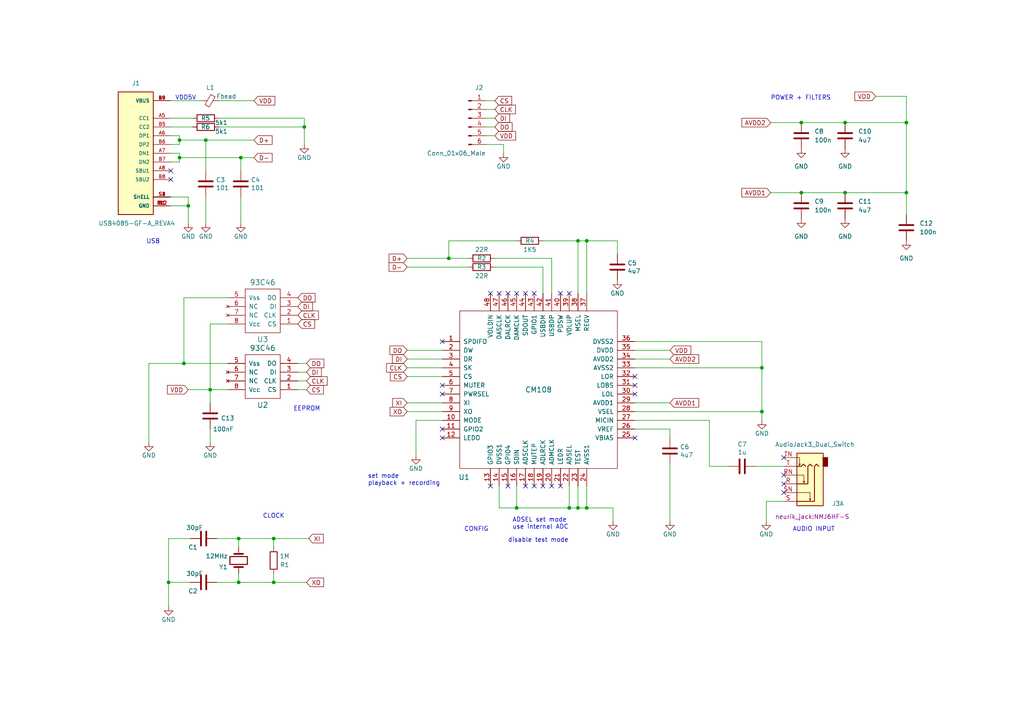
<source format=kicad_sch>
(kicad_sch (version 20231120) (generator "eeschema") (generator_version "8.0")
  (paper "A4")
  (title_block (title "Unrealtone") (date "2023-11-10") (rev "v2"))
  (lib_symbols
    (symbol "93c46:93C46" (pin_names (offset 1.016))
      (property "Reference" "U" (at 0 8.89 0))
      (property "Value" "93C46" (at 0 -8.89 0))
      (symbol "93C46_0_1"
        (rectangle (start -5.08 -6.35) (end 5.08 6.35))
      )
      (symbol "93C46_1_1"
        (pin bidirectional line (at -10.16 3.81 0) (length 5.08) (name "CS") (number "1"))
        (pin bidirectional line (at -10.16 1.27 0) (length 5.08) (name "CLK") (number "2"))
        (pin bidirectional line (at -10.16 -1.27 0) (length 5.08) (name "DI") (number "3"))
        (pin bidirectional line (at -10.16 -3.81 0) (length 5.08) (name "DO") (number "4"))
        (pin power_out line (at 10.16 -3.81 180) (length 5.08) (name "Vss") (number "5"))
        (pin no_connect line (at 10.16 -1.27 180) (length 5.08) (name "NC") (number "6"))
        (pin no_connect line (at 10.16 1.27 180) (length 5.08) (name "NC") (number "7"))
        (pin power_in line (at 10.16 3.81 180) (length 5.08) (name "Vcc") (number "8"))
      )
    )
    (symbol "Connector:AudioJack3_Dual_Switch"
      (property "Reference" "J3" (at 8.89 0.0001 0))
      (property "Value" "AudioJack3_Dual_Switch" (at 8.89 -5.08 0))
      (property "Footprint" "neurik_jack:NMJ6HF-S" (at 3.175 10.16 0))
      (symbol "AudioJack3_Dual_Switch_0_1"
        (rectangle (start -6.35 -5.08) (end -7.62 -7.62) (stroke (width 0.254)) (fill (type outline)))
        (polyline (pts (xy -2.54 4.826) (xy -2.286 4.318)))
        (polyline (pts (xy -0.762 -0.254) (xy -0.508 -0.762)))
        (polyline (pts (xy 0.508 -5.334) (xy 0.762 -5.842)))
        (polyline (pts (xy 1.27 0) (xy 2.54 0)))
        (polyline (pts (xy 2.54 -5.08) (xy 1.27 -5.08)))
        (polyline (pts (xy 2.54 5.08) (xy 1.27 5.08)))
        (polyline (pts (xy -1.27 -5.08) (xy -0.635 -5.715) (xy 0 -5.08) (xy 1.27 -5.08)) (stroke (width 0.254)))
        (polyline (pts (xy 2.54 -7.62) (xy 0.508 -7.62) (xy 0.508 -5.334) (xy 0.254 -5.842)))
        (polyline (pts (xy 2.54 -2.54) (xy -0.762 -2.54) (xy -0.762 -0.254) (xy -1.016 -0.762)))
        (polyline (pts (xy 2.54 2.54) (xy -2.54 2.54) (xy -2.54 4.826) (xy -2.794 4.318)))
        (polyline (pts (xy -3.175 -5.08) (xy -2.54 -5.715) (xy -1.905 -5.08) (xy -1.905 0) (xy 1.27 0)) (stroke (width 0.254)))
        (polyline (pts (xy 1.27 5.08) (xy -3.81 5.08) (xy -3.81 -5.08) (xy -4.445 -5.715) (xy -5.08 -5.08)) (stroke (width 0.254)))
        (rectangle (start 1.27 6.35) (end -6.35 -8.89) (stroke (width 0.254)) (fill (type background)))
      )
      (symbol "AudioJack3_Dual_Switch_1_1"
        (pin passive line (at 5.08 0 180) (length 2.54) (name "~") (number "R"))
        (pin passive line (at 5.08 -2.54 180) (length 2.54) (name "~") (number "RN"))
        (pin passive line (at 5.08 5.08 180) (length 2.54) (name "~") (number "S"))
        (pin passive line (at 5.08 2.54 180) (length 2.54) (name "~") (number "SN"))
        (pin passive line (at 5.08 -5.08 180) (length 2.54) (name "~") (number "T"))
        (pin passive line (at 5.08 -7.62 180) (length 2.54) (name "~") (number "TN"))
      )
      (symbol "AudioJack3_Dual_Switch_2_1"
        (pin passive line (at 5.08 0 180) (length 2.54) (name "~") (number "R2"))
        (pin passive line (at 5.08 -2.54 180) (length 2.54) (name "~") (number "RN2"))
        (pin passive line (at 5.08 5.08 180) (length 2.54) (name "~") (number "S2"))
        (pin passive line (at 5.08 2.54 180) (length 2.54) (name "~") (number "SN2"))
        (pin passive line (at 5.08 -5.08 180) (length 2.54) (name "~") (number "T2"))
        (pin passive line (at 5.08 -7.62 180) (length 2.54) (name "~") (number "TN2"))
      )
    )
    (symbol "Connector:Conn_01x06_Male" (pin_names (offset 1.016) hide)
      (property "Reference" "J" (at 0 7.62 0))
      (property "Value" "Conn_01x06_Male" (at 0 -10.16 0))
      (symbol "Conn_01x06_Male_1_1"
        (polyline (pts (xy 1.27 -7.62) (xy 0.8636 -7.62)) (stroke (width 0.1524)))
        (polyline (pts (xy 1.27 -5.08) (xy 0.8636 -5.08)) (stroke (width 0.1524)))
        (polyline (pts (xy 1.27 -2.54) (xy 0.8636 -2.54)) (stroke (width 0.1524)))
        (polyline (pts (xy 1.27 0) (xy 0.8636 0)) (stroke (width 0.1524)))
        (polyline (pts (xy 1.27 2.54) (xy 0.8636 2.54)) (stroke (width 0.1524)))
        (polyline (pts (xy 1.27 5.08) (xy 0.8636 5.08)) (stroke (width 0.1524)))
        (rectangle (start 0.8636 -7.493) (end 0 -7.747) (stroke (width 0.1524)) (fill (type outline)))
        (rectangle (start 0.8636 -4.953) (end 0 -5.207) (stroke (width 0.1524)) (fill (type outline)))
        (rectangle (start 0.8636 -2.413) (end 0 -2.667) (stroke (width 0.1524)) (fill (type outline)))
        (rectangle (start 0.8636 0.127) (end 0 -0.127) (stroke (width 0.1524)) (fill (type outline)))
        (rectangle (start 0.8636 2.667) (end 0 2.413) (stroke (width 0.1524)) (fill (type outline)))
        (rectangle (start 0.8636 5.207) (end 0 4.953) (stroke (width 0.1524)) (fill (type outline)))
        (pin passive line (at 5.08 5.08 180) (length 3.81) (name "Pin_1") (number "1"))
        (pin passive line (at 5.08 2.54 180) (length 3.81) (name "Pin_2") (number "2"))
        (pin passive line (at 5.08 0 180) (length 3.81) (name "Pin_3") (number "3"))
        (pin passive line (at 5.08 -2.54 180) (length 3.81) (name "Pin_4") (number "4"))
        (pin passive line (at 5.08 -5.08 180) (length 3.81) (name "Pin_5") (number "5"))
        (pin passive line (at 5.08 -7.62 180) (length 3.81) (name "Pin_6") (number "6"))
      )
    )
    (symbol "Device:C" (pin_numbers hide) (pin_names (offset 0.254))
      (property "Reference" "C" (at 0.635 2.54 0))
      (property "Value" "C" (at 0.635 -2.54 0))
      (symbol "C_0_1"
        (polyline (pts (xy -2.032 -0.762) (xy 2.032 -0.762)) (stroke (width 0.508)))
        (polyline (pts (xy -2.032 0.762) (xy 2.032 0.762)) (stroke (width 0.508)))
      )
      (symbol "C_1_1"
        (pin passive line (at 0 3.81 270) (length 2.794) (name "~") (number "1"))
        (pin passive line (at 0 -3.81 90) (length 2.794) (name "~") (number "2"))
      )
    )
    (symbol "Device:R" (pin_numbers hide) (pin_names (offset 0))
      (property "Reference" "R" (at 2.032 0 90))
      (property "Value" "R" (at 0 0 90))
      (symbol "R_0_1"
        (rectangle (start -1.016 -2.54) (end 1.016 2.54) (stroke (width 0.254)))
      )
      (symbol "R_1_1"
        (pin passive line (at 0 3.81 270) (length 1.27) (name "~") (number "1"))
        (pin passive line (at 0 -3.81 90) (length 1.27) (name "~") (number "2"))
      )
    )
    (symbol "USB4085-GF-A_REVA4:USB4085-GF-A_REVA4" (pin_names (offset 1.016))
      (property "Reference" "J" (at -5.08 18.288 0))
      (property "Value" "USB4085-GF-A_REVA4" (at -5.08 -20.32 0))
      (symbol "USB4085-GF-A_REVA4_0_0"
        (rectangle (start -5.08 -17.78) (end 5.08 17.78) (stroke (width 0.254)) (fill (type background)))
        (pin power_in line (at -10.16 -15.24 0) (length 5.08) (name "GND") (number "A1"))
        (pin power_in line (at -10.16 -15.24 0) (length 5.08) (name "GND") (number "A12"))
        (pin power_in line (at -10.16 15.24 0) (length 5.08) (name "VBUS") (number "A4"))
        (pin bidirectional line (at -10.16 10.16 0) (length 5.08) (name "CC1") (number "A5"))
        (pin bidirectional line (at -10.16 5.08 0) (length 5.08) (name "DP1") (number "A6"))
        (pin bidirectional line (at -10.16 0 0) (length 5.08) (name "DN1") (number "A7"))
        (pin bidirectional line (at -10.16 -5.08 0) (length 5.08) (name "SBU1") (number "A8"))
        (pin power_in line (at -10.16 15.24 0) (length 5.08) (name "VBUS") (number "A9"))
        (pin power_in line (at -10.16 -15.24 0) (length 5.08) (name "GND") (number "B1"))
        (pin power_in line (at -10.16 -15.24 0) (length 5.08) (name "GND") (number "B12"))
        (pin power_in line (at -10.16 15.24 0) (length 5.08) (name "VBUS") (number "B4"))
        (pin bidirectional line (at -10.16 7.62 0) (length 5.08) (name "CC2") (number "B5"))
        (pin bidirectional line (at -10.16 2.54 0) (length 5.08) (name "DP2") (number "B6"))
        (pin bidirectional line (at -10.16 -2.54 0) (length 5.08) (name "DN2") (number "B7"))
        (pin bidirectional line (at -10.16 -7.62 0) (length 5.08) (name "SBU2") (number "B8"))
        (pin power_in line (at -10.16 15.24 0) (length 5.08) (name "VBUS") (number "B9"))
        (pin passive line (at -10.16 -12.7 0) (length 5.08) (name "SHELL") (number "S1"))
        (pin passive line (at -10.16 -12.7 0) (length 5.08) (name "SHELL") (number "S2"))
        (pin passive line (at -10.16 -12.7 0) (length 5.08) (name "SHELL") (number "S3"))
        (pin passive line (at -10.16 -12.7 0) (length 5.08) (name "SHELL") (number "S4"))
      )
    )
    (symbol "cm108:CM108" (pin_names (offset 1.016))
      (property "Reference" "U" (at 20.32 26.67 0))
      (property "Value" "CM108" (at 22.86 -25.4 0))
      (symbol "CM108_0_1"
        (rectangle (start -22.86 22.86) (end 22.86 -22.86))
      )
      (symbol "CM108_1_1"
        (pin output line (at -27.94 13.97 0) (length 5.08) (name "SPDIFO") (number "1"))
        (pin input line (at -27.94 -8.89 0) (length 5.08) (name "MODE") (number "10"))
        (pin bidirectional line (at -27.94 -11.43 0) (length 5.08) (name "GPIO2") (number "11"))
        (pin output line (at -27.94 -13.97 0) (length 5.08) (name "LEDO") (number "12"))
        (pin bidirectional line (at -13.97 -27.94 90) (length 5.08) (name "GPIO3") (number "13"))
        (pin passive line (at -11.43 -27.94 90) (length 5.08) (name "DVSS1") (number "14"))
        (pin bidirectional line (at -8.89 -27.94 90) (length 5.08) (name "GPIO4") (number "15"))
        (pin input line (at -6.35 -27.94 90) (length 5.08) (name "SDIN") (number "16"))
        (pin input line (at -3.81 -27.94 90) (length 5.08) (name "ADSCLK") (number "17"))
        (pin input line (at -1.27 -27.94 90) (length 5.08) (name "MUTEP") (number "18"))
        (pin output line (at 1.27 -27.94 90) (length 5.08) (name "ADLRCK") (number "19"))
        (pin output line (at -27.94 11.43 0) (length 5.08) (name "DW") (number "2"))
        (pin output line (at 3.81 -27.94 90) (length 5.08) (name "ADMCLK") (number "20"))
        (pin output line (at 6.35 -27.94 90) (length 5.08) (name "LEDR") (number "21"))
        (pin input line (at 8.89 -27.94 90) (length 5.08) (name "ADSEL") (number "22"))
        (pin input line (at 11.43 -27.94 90) (length 5.08) (name "TEST") (number "23"))
        (pin passive line (at 13.97 -27.94 90) (length 5.08) (name "AVSS1") (number "24"))
        (pin power_out line (at 27.94 -13.97 180) (length 5.08) (name "VBIAS") (number "25"))
        (pin passive line (at 27.94 -11.43 180) (length 5.08) (name "VREF") (number "26"))
        (pin input line (at 27.94 -8.89 180) (length 5.08) (name "MICIN") (number "27"))
        (pin input line (at 27.94 -6.35 180) (length 5.08) (name "VSEL") (number "28"))
        (pin power_in line (at 27.94 -3.81 180) (length 5.08) (name "AVDD1") (number "29"))
        (pin input line (at -27.94 8.89 0) (length 5.08) (name "DR") (number "3"))
        (pin output line (at 27.94 -1.27 180) (length 5.08) (name "LOL") (number "30"))
        (pin power_out line (at 27.94 1.27 180) (length 5.08) (name "LOBS") (number "31"))
        (pin output line (at 27.94 3.81 180) (length 5.08) (name "LOR") (number "32"))
        (pin passive line (at 27.94 6.35 180) (length 5.08) (name "AVSS2") (number "33"))
        (pin power_in line (at 27.94 8.89 180) (length 5.08) (name "AVDD2") (number "34"))
        (pin power_in line (at 27.94 11.43 180) (length 5.08) (name "DVDD") (number "35"))
        (pin passive line (at 27.94 13.97 180) (length 5.08) (name "DVSS2") (number "36"))
        (pin power_out line (at 13.97 27.94 270) (length 5.08) (name "REGV") (number "37"))
        (pin input line (at 11.43 27.94 270) (length 5.08) (name "MSEL") (number "38"))
        (pin input line (at 8.89 27.94 270) (length 5.08) (name "VOLUP") (number "39"))
        (pin output line (at -27.94 6.35 0) (length 5.08) (name "SK") (number "4"))
        (pin output line (at 6.35 27.94 270) (length 5.08) (name "PDSW") (number "40"))
        (pin bidirectional line (at 3.81 27.94 270) (length 5.08) (name "USBDP") (number "41"))
        (pin bidirectional line (at 1.27 27.94 270) (length 5.08) (name "USBDM") (number "42"))
        (pin bidirectional line (at -1.27 27.94 270) (length 5.08) (name "GPIO1") (number "43"))
        (pin output line (at -3.81 27.94 270) (length 5.08) (name "SDOUT") (number "44"))
        (pin output line (at -6.35 27.94 270) (length 5.08) (name "DAMCLK") (number "45"))
        (pin bidirectional line (at -8.89 27.94 270) (length 5.08) (name "DALRCK") (number "46"))
        (pin bidirectional line (at -11.43 27.94 270) (length 5.08) (name "DASCLK") (number "47"))
        (pin input line (at -13.97 27.94 270) (length 5.08) (name "VOLDIN") (number "48"))
        (pin input line (at -27.94 3.81 0) (length 5.08) (name "CS") (number "5"))
        (pin input line (at -27.94 1.27 0) (length 5.08) (name "MUTER") (number "6"))
        (pin output line (at -27.94 -1.27 0) (length 5.08) (name "PWRSEL") (number "7"))
        (pin input line (at -27.94 -3.81 0) (length 5.08) (name "XI") (number "8"))
        (pin input line (at -27.94 -6.35 0) (length 5.08) (name "XO") (number "9"))
      )
    )
    (symbol "power:GND" (power) (pin_names (offset 0))
      (property "Value" "GND" (at 0 -3.81 0))
      (symbol "GND_0_1"
        (polyline (pts (xy 0 0) (xy 0 -1.27) (xy 1.27 -1.27) (xy 0 -2.54) (xy -1.27 -1.27) (xy 0 -1.27)))
      )
      (symbol "GND_1_1"
        (pin power_in line (at 0 0 270) (length 0) hide (name "GND") (number "1"))
      )
    )
    (symbol "unrealtone-rescue:C" (pin_numbers hide) (pin_names (offset 0.254))
      (property "Reference" "C" (at 0.635 2.54 0))
      (property "Value" "C" (at 0.635 -2.54 0))
      (symbol "C_0_1"
        (polyline (pts (xy -2.032 -0.762) (xy 2.032 -0.762)) (stroke (width 0.508)))
        (polyline (pts (xy -2.032 0.762) (xy 2.032 0.762)) (stroke (width 0.508)))
      )
      (symbol "C_1_1"
        (pin passive line (at 0 3.81 270) (length 2.794) (name "~") (number "1"))
        (pin passive line (at 0 -3.81 90) (length 2.794) (name "~") (number "2"))
      )
    )
    (symbol "unrealtone-rescue:Crystal" (pin_numbers hide) (pin_names (offset 1.016) hide)
      (property "Reference" "Y" (at 0 3.81 0))
      (property "Value" "Crystal" (at 0 -3.81 0))
      (symbol "Crystal_0_1"
        (rectangle (start -1.143 2.54) (end 1.143 -2.54) (stroke (width 0.3048)))
        (polyline (pts (xy -2.54 0) (xy -1.905 0)))
        (polyline (pts (xy -1.905 -1.27) (xy -1.905 1.27)) (stroke (width 0.508)))
        (polyline (pts (xy 1.905 -1.27) (xy 1.905 1.27)) (stroke (width 0.508)))
        (polyline (pts (xy 2.54 0) (xy 1.905 0)))
      )
      (symbol "Crystal_1_1"
        (pin passive line (at -3.81 0 0) (length 1.27) (name "1") (number "1"))
        (pin passive line (at 3.81 0 180) (length 1.27) (name "2") (number "2"))
      )
    )
    (symbol "unrealtone-rescue:Ferrite_Bead_Small" (pin_numbers hide) (pin_names (offset 0))
      (property "Reference" "L" (at 1.905 1.27 0))
      (property "Value" "Ferrite_Bead_Small" (at 1.905 -1.27 0))
      (symbol "Ferrite_Bead_Small_0_1"
        (polyline (pts (xy 0 -1.27) (xy 0 -0.7874)))
        (polyline (pts (xy 0 0.889) (xy 0 1.2954)))
        (polyline (pts (xy -1.8288 0.2794) (xy -1.1176 1.4986) (xy 1.8288 -0.2032) (xy 1.1176 -1.4224) (xy -1.8288 0.2794)))
      )
      (symbol "Ferrite_Bead_Small_1_1"
        (pin passive line (at 0 2.54 270) (length 1.27) (name "~") (number "1"))
        (pin passive line (at 0 -2.54 90) (length 1.27) (name "~") (number "2"))
      )
    )
    (symbol "unrealtone-rescue:R" (pin_numbers hide) (pin_names (offset 0))
      (property "Reference" "R" (at 2.032 0 90))
      (property "Value" "R" (at 0 0 90))
      (symbol "R_0_1"
        (rectangle (start -1.016 -2.54) (end 1.016 2.54) (stroke (width 0.254)))
      )
      (symbol "R_1_1"
        (pin passive line (at 0 3.81 270) (length 1.27) (name "~") (number "1"))
        (pin passive line (at 0 -3.81 90) (length 1.27) (name "~") (number "2"))
      )
    )
  )
  (junction (at 130.175 74.93))
  (junction (at 88.265 36.83))
  (junction (at 52.07 45.72))
  (junction (at 52.07 40.64))
  (junction (at 167.64 69.85))
  (junction (at 232.41 55.88))
  (junction (at 245.11 35.56))
  (junction (at 170.18 147.32))
  (junction (at 262.89 35.56))
  (junction (at 167.64 147.32))
  (junction (at 232.41 35.56))
  (junction (at 262.89 55.88))
  (junction (at 245.11 55.88))
  (junction (at 170.18 69.85))
  (junction (at 60.96 113.03))
  (junction (at 59.69 40.64))
  (junction (at 149.86 147.32))
  (junction (at 165.1 147.32))
  (junction (at 220.98 106.68))
  (junction (at 53.34 105.41))
  (junction (at 220.98 119.38))
  (junction (at 54.61 59.69))
  (junction (at 69.215 168.91))
  (junction (at 79.375 168.91))
  (junction (at 69.85 45.72))
  (junction (at 79.375 156.21))
  (junction (at 69.215 156.21))
  (junction (at 48.895 168.91))
  (no_connect (at 142.24 85.09))
  (no_connect (at 165.1 85.09))
  (no_connect (at 184.15 114.3))
  (no_connect (at 184.15 111.76))
  (no_connect (at 184.15 127))
  (no_connect (at 160.02 140.97))
  (no_connect (at 149.86 85.09))
  (no_connect (at 142.24 140.97))
  (no_connect (at 162.56 85.09))
  (no_connect (at 227.33 132.715))
  (no_connect (at 152.4 85.09))
  (no_connect (at 144.78 85.09))
  (no_connect (at 147.32 140.97))
  (no_connect (at 154.94 85.09))
  (no_connect (at 49.53 49.53))
  (no_connect (at 49.53 52.07))
  (no_connect (at 184.15 109.22))
  (no_connect (at 157.48 140.97))
  (no_connect (at 128.27 124.46))
  (no_connect (at 128.27 127))
  (no_connect (at 128.27 111.76))
  (no_connect (at 162.56 140.97))
  (no_connect (at 154.94 140.97))
  (no_connect (at 227.33 142.875))
  (no_connect (at 227.33 137.795))
  (no_connect (at 227.33 140.335))
  (no_connect (at 147.32 85.09))
  (no_connect (at 128.27 114.3))
  (no_connect (at 128.27 99.06))
  (no_connect (at 152.4 140.97))
  (wire (pts (xy 48.895 168.91) (xy 55.245 168.91)))
  (wire (pts (xy 245.11 35.56) (xy 262.89 35.56)))
  (wire (pts (xy 88.265 34.29) (xy 88.265 36.83)))
  (wire (pts (xy 49.53 59.69) (xy 54.61 59.69)))
  (wire (pts (xy 49.53 39.37) (xy 52.07 39.37)))
  (wire (pts (xy 60.96 93.98) (xy 60.96 113.03)))
  (wire (pts (xy 118.11 74.93) (xy 130.175 74.93)))
  (wire (pts (xy 53.34 86.36) (xy 53.34 105.41)))
  (wire (pts (xy 63.5 34.29) (xy 88.265 34.29)))
  (wire (pts (xy 194.31 134.62) (xy 194.31 151.13)))
  (wire (pts (xy 49.53 44.45) (xy 52.07 44.45)))
  (wire (pts (xy 69.215 166.37) (xy 69.215 168.91)))
  (wire (pts (xy 118.11 119.38) (xy 128.27 119.38)))
  (wire (pts (xy 79.375 166.37) (xy 79.375 168.91)))
  (wire (pts (xy 69.85 57.15) (xy 69.85 64.77)))
  (wire (pts (xy 86.36 107.95) (xy 88.9 107.95)))
  (wire (pts (xy 118.11 109.22) (xy 128.27 109.22)))
  (wire (pts (xy 89.535 156.21) (xy 79.375 156.21)))
  (wire (pts (xy 140.97 41.91) (xy 146.05 41.91)))
  (wire (pts (xy 79.375 156.21) (xy 79.375 158.75)))
  (wire (pts (xy 88.265 36.83) (xy 88.265 41.91)))
  (wire (pts (xy 160.02 74.93) (xy 160.02 85.09)))
  (wire (pts (xy 140.97 39.37) (xy 143.51 39.37)))
  (wire (pts (xy 262.89 35.56) (xy 262.89 55.88)))
  (wire (pts (xy 79.375 168.91) (xy 69.215 168.91)))
  (wire (pts (xy 167.64 69.85) (xy 167.64 85.09)))
  (wire (pts (xy 184.15 106.68) (xy 220.98 106.68)))
  (wire (pts (xy 184.15 116.84) (xy 194.31 116.84)))
  (wire (pts (xy 79.375 156.21) (xy 69.215 156.21)))
  (wire (pts (xy 184.15 99.06) (xy 220.98 99.06)))
  (wire (pts (xy 69.215 168.91) (xy 62.865 168.91)))
  (wire (pts (xy 130.175 69.85) (xy 149.86 69.85)))
  (wire (pts (xy 52.07 39.37) (xy 52.07 40.64)))
  (wire (pts (xy 170.18 69.85) (xy 167.64 69.85)))
  (wire (pts (xy 140.97 36.83) (xy 143.51 36.83)))
  (wire (pts (xy 69.215 156.21) (xy 69.215 158.75)))
  (wire (pts (xy 219.075 135.255) (xy 227.33 135.255)))
  (wire (pts (xy 184.15 101.6) (xy 194.31 101.6)))
  (wire (pts (xy 184.15 119.38) (xy 220.98 119.38)))
  (wire (pts (xy 130.175 69.85) (xy 130.175 74.93)))
  (wire (pts (xy 220.98 119.38) (xy 220.98 121.92)))
  (wire (pts (xy 66.04 86.36) (xy 53.34 86.36)))
  (wire (pts (xy 48.895 156.21) (xy 48.895 168.91)))
  (wire (pts (xy 118.11 77.47) (xy 135.89 77.47)))
  (wire (pts (xy 43.18 105.41) (xy 53.34 105.41)))
  (wire (pts (xy 130.175 74.93) (xy 135.89 74.93)))
  (wire (pts (xy 205.74 121.92) (xy 205.74 135.255)))
  (wire (pts (xy 86.36 110.49) (xy 88.9 110.49)))
  (wire (pts (xy 86.36 113.03) (xy 88.9 113.03)))
  (wire (pts (xy 167.64 147.32) (xy 170.18 147.32)))
  (wire (pts (xy 52.07 45.72) (xy 52.07 46.99)))
  (wire (pts (xy 48.895 168.91) (xy 48.895 175.895)))
  (wire (pts (xy 223.52 55.88) (xy 232.41 55.88)))
  (wire (pts (xy 262.89 55.88) (xy 262.89 62.23)))
  (wire (pts (xy 118.11 104.14) (xy 128.27 104.14)))
  (wire (pts (xy 66.04 93.98) (xy 60.96 93.98)))
  (wire (pts (xy 53.34 105.41) (xy 66.04 105.41)))
  (wire (pts (xy 179.07 73.66) (xy 179.07 69.85)))
  (wire (pts (xy 170.18 69.85) (xy 179.07 69.85)))
  (wire (pts (xy 194.31 124.46) (xy 194.31 127)))
  (wire (pts (xy 184.15 121.92) (xy 205.74 121.92)))
  (wire (pts (xy 118.11 101.6) (xy 128.27 101.6)))
  (wire (pts (xy 60.96 124.46) (xy 60.96 128.27)))
  (wire (pts (xy 120.65 121.92) (xy 120.65 132.08)))
  (wire (pts (xy 222.25 145.415) (xy 222.25 151.13)))
  (wire (pts (xy 205.74 135.255) (xy 211.455 135.255)))
  (wire (pts (xy 170.18 147.32) (xy 177.8 147.32)))
  (wire (pts (xy 149.86 147.32) (xy 149.86 140.97)))
  (wire (pts (xy 60.96 113.03) (xy 66.04 113.03)))
  (wire (pts (xy 118.11 116.84) (xy 128.27 116.84)))
  (wire (pts (xy 245.11 55.88) (xy 262.89 55.88)))
  (wire (pts (xy 118.11 106.68) (xy 128.27 106.68)))
  (wire (pts (xy 157.48 69.85) (xy 167.64 69.85)))
  (wire (pts (xy 54.61 113.03) (xy 60.96 113.03)))
  (wire (pts (xy 63.5 36.83) (xy 88.265 36.83)))
  (wire (pts (xy 220.98 99.06) (xy 220.98 106.68)))
  (wire (pts (xy 52.07 40.64) (xy 52.07 41.91)))
  (wire (pts (xy 49.53 34.29) (xy 55.88 34.29)))
  (wire (pts (xy 49.53 36.83) (xy 55.88 36.83)))
  (wire (pts (xy 232.41 55.88) (xy 245.11 55.88)))
  (wire (pts (xy 69.85 45.72) (xy 69.85 49.53)))
  (wire (pts (xy 52.07 45.72) (xy 69.85 45.72)))
  (wire (pts (xy 52.07 44.45) (xy 52.07 45.72)))
  (wire (pts (xy 222.25 145.415) (xy 227.33 145.415)))
  (wire (pts (xy 149.86 147.32) (xy 165.1 147.32)))
  (wire (pts (xy 49.53 46.99) (xy 52.07 46.99)))
  (wire (pts (xy 140.97 31.75) (xy 143.51 31.75)))
  (wire (pts (xy 54.61 59.69) (xy 54.61 64.77)))
  (wire (pts (xy 262.89 27.94) (xy 262.89 35.56)))
  (wire (pts (xy 55.245 156.21) (xy 48.895 156.21)))
  (wire (pts (xy 128.27 121.92) (xy 120.65 121.92)))
  (wire (pts (xy 157.48 77.47) (xy 157.48 85.09)))
  (wire (pts (xy 59.69 64.77) (xy 59.69 57.15)))
  (wire (pts (xy 146.05 41.91) (xy 146.05 44.45)))
  (wire (pts (xy 170.18 147.32) (xy 170.18 140.97)))
  (wire (pts (xy 88.9 168.91) (xy 79.375 168.91)))
  (wire (pts (xy 54.61 57.15) (xy 54.61 59.69)))
  (wire (pts (xy 49.53 41.91) (xy 52.07 41.91)))
  (wire (pts (xy 177.8 147.32) (xy 177.8 151.13)))
  (wire (pts (xy 52.07 40.64) (xy 59.69 40.64)))
  (wire (pts (xy 184.15 124.46) (xy 194.31 124.46)))
  (wire (pts (xy 167.64 140.97) (xy 167.64 147.32)))
  (wire (pts (xy 170.18 69.85) (xy 170.18 85.09)))
  (wire (pts (xy 59.69 40.64) (xy 59.69 49.53)))
  (wire (pts (xy 165.1 147.32) (xy 167.64 147.32)))
  (wire (pts (xy 232.41 35.56) (xy 245.11 35.56)))
  (wire (pts (xy 254 27.94) (xy 262.89 27.94)))
  (wire (pts (xy 143.51 77.47) (xy 157.48 77.47)))
  (wire (pts (xy 63.5 29.21) (xy 73.66 29.21)))
  (wire (pts (xy 144.78 147.32) (xy 149.86 147.32)))
  (wire (pts (xy 58.42 29.21) (xy 49.53 29.21)))
  (wire (pts (xy 86.36 105.41) (xy 88.9 105.41)))
  (wire (pts (xy 220.98 106.68) (xy 220.98 119.38)))
  (wire (pts (xy 223.52 35.56) (xy 232.41 35.56)))
  (wire (pts (xy 59.69 40.64) (xy 73.66 40.64)))
  (wire (pts (xy 144.78 140.97) (xy 144.78 147.32)))
  (wire (pts (xy 49.53 57.15) (xy 54.61 57.15)))
  (wire (pts (xy 140.97 34.29) (xy 143.51 34.29)))
  (wire (pts (xy 69.85 45.72) (xy 73.66 45.72)))
  (wire (pts (xy 43.18 128.27) (xy 43.18 105.41)))
  (wire (pts (xy 184.15 104.14) (xy 194.31 104.14)))
  (wire (pts (xy 60.96 113.03) (xy 60.96 116.84)))
  (wire (pts (xy 165.1 147.32) (xy 165.1 140.97)))
  (wire (pts (xy 143.51 74.93) (xy 160.02 74.93)))
  (wire (pts (xy 140.97 29.21) (xy 143.51 29.21)))
  (wire (pts (xy 69.215 156.21) (xy 62.865 156.21)))
  (text "EEPROM" (at 85.09 119.38 0) (effects (font (size 1.27 1.27)) (justify left bottom)))
  (text "disable test mode" (at 147.32 157.48 0) (effects (font (size 1.27 1.27)) (justify left bottom)))
  (text "USB" (at 42.418 70.866 0) (effects (font (size 1.27 1.27)) (justify left bottom)))
  (text "ADSEL set mode\nuse internal ADC" (at 148.59 153.67 0) (effects (font (size 1.27 1.27)) (justify left bottom)))
  (text "POWER + FILTERS\n" (at 223.52 29.21 0) (effects (font (size 1.27 1.27)) (justify left bottom)))
  (text "CLOCK" (at 76.2 150.495 0) (effects (font (size 1.27 1.27)) (justify left bottom)))
  (text "VDD5V" (at 50.8 29.21 0) (effects (font (size 1.27 1.27)) (justify left bottom)))
  (text "CONFIG" (at 134.62 154.305 0) (effects (font (size 1.27 1.27)) (justify left bottom)))
  (text "set mode\nplayback + recording" (at 106.68 140.97 0) (effects (font (size 1.27 1.27)) (justify left bottom)))
  (text "AUDIO INPUT" (at 229.87 154.305 0) (effects (font (size 1.27 1.27)) (justify left bottom)))
  (global_label "D+" (shape input) (at 73.66 40.64 0) (property "Intersheetrefs" "${INTERSHEET_REFS}" (effects (hide yes))))
  (global_label "VDD" (shape input) (at 194.31 101.6 0) (property "Intersheetrefs" "${INTERSHEET_REFS}" (effects (hide yes))))
  (global_label "VDD" (shape input) (at 143.51 39.37 0) (property "Intersheetrefs" "${INTERSHEET_REFS}" (effects (hide yes))))
  (global_label "DI" (shape input) (at 88.9 107.95 0) (property "Intersheetrefs" "${INTERSHEET_REFS}" (effects (hide yes))))
  (global_label "XO" (shape input) (at 118.11 119.38 180) (property "Intersheetrefs" "${INTERSHEET_REFS}" (effects (hide yes))))
  (global_label "AVDD2" (shape input) (at 194.31 104.14 0) (property "Intersheetrefs" "${INTERSHEET_REFS}" (effects (hide yes))))
  (global_label "D-" (shape input) (at 118.11 77.47 180) (property "Intersheetrefs" "${INTERSHEET_REFS}" (effects (hide yes))))
  (global_label "CS" (shape input) (at 86.36 93.98 0) (property "Intersheetrefs" "${INTERSHEET_REFS}" (effects (hide yes))))
  (global_label "DI" (shape input) (at 118.11 104.14 180) (property "Intersheetrefs" "${INTERSHEET_REFS}" (effects (hide yes))))
  (global_label "DI" (shape input) (at 86.36 88.9 0) (property "Intersheetrefs" "${INTERSHEET_REFS}" (effects (hide yes))))
  (global_label "AVDD2" (shape input) (at 223.52 35.56 180) (property "Intersheetrefs" "${INTERSHEET_REFS}" (effects (hide yes))))
  (global_label "VDD" (shape input) (at 73.66 29.21 0) (property "Intersheetrefs" "${INTERSHEET_REFS}" (effects (hide yes))))
  (global_label "CS" (shape input) (at 143.51 29.21 0) (property "Intersheetrefs" "${INTERSHEET_REFS}" (effects (hide yes))))
  (global_label "DI" (shape input) (at 143.51 34.29 0) (property "Intersheetrefs" "${INTERSHEET_REFS}" (effects (hide yes))))
  (global_label "CLK" (shape input) (at 143.51 31.75 0) (property "Intersheetrefs" "${INTERSHEET_REFS}" (effects (hide yes))))
  (global_label "XI" (shape input) (at 118.11 116.84 180) (property "Intersheetrefs" "${INTERSHEET_REFS}" (effects (hide yes))))
  (global_label "VDD" (shape input) (at 54.61 113.03 180) (property "Intersheetrefs" "${INTERSHEET_REFS}" (effects (hide yes))))
  (global_label "CLK" (shape input) (at 86.36 91.44 0) (property "Intersheetrefs" "${INTERSHEET_REFS}" (effects (hide yes))))
  (global_label "XI" (shape input) (at 89.535 156.21 0) (property "Intersheetrefs" "${INTERSHEET_REFS}" (effects (hide yes))))
  (global_label "XO" (shape input) (at 88.9 168.91 0) (property "Intersheetrefs" "${INTERSHEET_REFS}" (effects (hide yes))))
  (global_label "CLK" (shape input) (at 88.9 110.49 0) (property "Intersheetrefs" "${INTERSHEET_REFS}" (effects (hide yes))))
  (global_label "CS" (shape input) (at 118.11 109.22 180) (property "Intersheetrefs" "${INTERSHEET_REFS}" (effects (hide yes))))
  (global_label "DO" (shape input) (at 88.9 105.41 0) (property "Intersheetrefs" "${INTERSHEET_REFS}" (effects (hide yes))))
  (global_label "DO" (shape input) (at 118.11 101.6 180) (property "Intersheetrefs" "${INTERSHEET_REFS}" (effects (hide yes))))
  (global_label "CS" (shape input) (at 88.9 113.03 0) (property "Intersheetrefs" "${INTERSHEET_REFS}" (effects (hide yes))))
  (global_label "D-" (shape input) (at 73.66 45.72 0) (property "Intersheetrefs" "${INTERSHEET_REFS}" (effects (hide yes))))
  (global_label "DO" (shape input) (at 86.36 86.36 0) (property "Intersheetrefs" "${INTERSHEET_REFS}" (effects (hide yes))))
  (global_label "CLK" (shape input) (at 118.11 106.68 180) (property "Intersheetrefs" "${INTERSHEET_REFS}" (effects (hide yes))))
  (global_label "DO" (shape input) (at 143.51 36.83 0) (property "Intersheetrefs" "${INTERSHEET_REFS}" (effects (hide yes))))
  (global_label "AVDD1" (shape input) (at 223.52 55.88 180) (property "Intersheetrefs" "${INTERSHEET_REFS}" (effects (hide yes))))
  (global_label "D+" (shape input) (at 118.11 74.93 180) (property "Intersheetrefs" "${INTERSHEET_REFS}" (effects (hide yes))))
  (global_label "AVDD1" (shape input) (at 194.31 116.84 0) (property "Intersheetrefs" "${INTERSHEET_REFS}" (effects (hide yes))))
  (global_label "VDD" (shape input) (at 254 27.94 180) (property "Intersheetrefs" "${INTERSHEET_REFS}" (effects (hide yes))))
  (symbol (lib_id "unrealtone-rescue:Crystal") (at 69.215 162.56 270) (unit 1)
    (property "Reference" "Y1" (at 64.77 164.465 90))
    (property "Value" "12MHz" (at 62.865 161.29 90))
    (property "Footprint" "Crystal:Crystal_HC49-4H_Vertical" (effects (hide yes)))
  )
  (symbol (lib_id "unrealtone-rescue:C") (at 59.055 156.21 270) (unit 1)
    (property "Reference" "C1" (at 54.61 158.75 90) (effects (justify left)))
    (property "Value" "30pF" (at 53.975 153.035 90) (effects (justify left)))
    (property "Footprint" "Capacitor_SMD:C_0805_2012Metric" (effects (hide yes)))
  )
  (symbol (lib_id "unrealtone-rescue:C") (at 59.055 168.91 270) (unit 1)
    (property "Reference" "C2" (at 54.61 171.45 90) (effects (justify left)))
    (property "Value" "30pF" (at 53.975 166.37 90) (effects (justify left)))
    (property "Footprint" "Capacitor_SMD:C_0805_2012Metric" (effects (hide yes)))
  )
  (symbol (lib_id "power:GND") (at 48.895 175.895 0) (unit 1)
    (property "Reference" "#PWR02" (effects (hide yes)))
    (property "Value" "GND" (at 48.895 179.705 0))
  )
  (symbol (lib_id "unrealtone-rescue:R") (at 79.375 162.56 180) (unit 1)
    (property "Reference" "R1" (at 82.55 163.83 0))
    (property "Value" "1M" (at 82.55 161.29 0))
    (property "Footprint" "Resistor_SMD:R_0805_2012Metric" (effects (hide yes)))
  )
  (symbol (lib_id "power:GND") (at 43.18 128.27 0) (unit 1)
    (property "Reference" "#PWR0103" (effects (hide yes)))
    (property "Value" "GND" (at 43.18 132.08 0))
  )
  (symbol (lib_id "power:GND") (at 120.65 132.08 0) (unit 1)
    (property "Reference" "#PWR0104" (effects (hide yes)))
    (property "Value" "GND" (at 120.65 135.89 0))
  )
  (symbol (lib_id "power:GND") (at 177.8 151.13 0) (unit 1)
    (property "Reference" "#PWR0105" (effects (hide yes)))
    (property "Value" "GND" (at 177.8 154.94 0))
  )
  (symbol (lib_id "unrealtone-rescue:Ferrite_Bead_Small") (at 60.96 29.21 90) (unit 1)
    (property "Reference" "L1" (at 62.23 25.4 90) (effects (justify left)))
    (property "Value" "Fbead" (at 68.58 27.94 90) (effects (justify left)))
    (property "Footprint" "Inductor_SMD:L_0805_2012Metric" (effects (hide yes)))
  )
  (symbol (lib_id "Device:C") (at 59.69 53.34 0) (unit 1)
    (property "Reference" "C3" (at 62.611 52.1716 0) (effects (justify left)))
    (property "Value" "101" (at 62.611 54.483 0) (effects (justify left)))
    (property "Footprint" "Capacitor_SMD:C_0805_2012Metric" (effects (hide yes)))
  )
  (symbol (lib_id "Device:C") (at 69.85 53.34 0) (unit 1)
    (property "Reference" "C4" (at 72.771 52.1716 0) (effects (justify left)))
    (property "Value" "101" (at 72.771 54.483 0) (effects (justify left)))
    (property "Footprint" "Capacitor_SMD:C_0805_2012Metric" (effects (hide yes)))
  )
  (symbol (lib_id "power:GND") (at 59.69 64.77 0) (unit 1)
    (property "Reference" "#PWR0107" (effects (hide yes)))
    (property "Value" "GND" (at 59.69 68.58 0))
  )
  (symbol (lib_id "power:GND") (at 69.85 64.77 0) (unit 1)
    (property "Reference" "#PWR0108" (effects (hide yes)))
    (property "Value" "GND" (at 69.85 68.58 0))
  )
  (symbol (lib_id "Device:R") (at 153.67 69.85 270) (unit 1)
    (property "Reference" "R4" (at 153.67 69.85 90))
    (property "Value" "1K5" (at 153.67 72.39 90))
    (property "Footprint" "Resistor_SMD:R_0805_2012Metric" (effects (hide yes)))
  )
  (symbol (lib_id "Device:C") (at 179.07 77.47 0) (unit 1)
    (property "Reference" "C5" (at 181.991 76.3016 0) (effects (justify left)))
    (property "Value" "4u7" (at 181.991 78.613 0) (effects (justify left)))
    (property "Footprint" "Capacitor_SMD:C_0805_2012Metric" (effects (hide yes)))
  )
  (symbol (lib_id "Device:C") (at 194.31 130.81 0) (unit 1)
    (property "Reference" "C6" (at 197.231 129.6416 0) (effects (justify left)))
    (property "Value" "4u7" (at 197.231 131.953 0) (effects (justify left)))
    (property "Footprint" "Capacitor_SMD:C_0805_2012Metric" (effects (hide yes)))
  )
  (symbol (lib_id "power:GND") (at 194.31 151.13 0) (unit 1)
    (property "Reference" "#PWR03" (effects (hide yes)))
    (property "Value" "GND" (at 194.31 154.94 0))
  )
  (symbol (lib_id "Device:C") (at 215.265 135.255 270) (unit 1)
    (property "Reference" "C7" (at 215.265 128.8542 90))
    (property "Value" "1u" (at 215.265 131.1656 90))
    (property "Footprint" "Capacitor_SMD:C_0805_2012Metric" (effects (hide yes)))
  )
  (symbol (lib_id "power:GND") (at 222.25 151.13 0) (unit 1)
    (property "Reference" "#PWR04" (effects (hide yes)))
    (property "Value" "GND" (at 222.25 154.94 0))
  )
  (symbol (lib_id "power:GND") (at 179.07 81.28 0) (unit 1)
    (property "Reference" "#PWR05" (effects (hide yes)))
    (property "Value" "GND" (at 179.07 85.09 0))
  )
  (symbol (lib_id "power:GND") (at 220.98 121.92 0) (unit 1)
    (property "Reference" "#PWR0110" (effects (hide yes)))
    (property "Value" "GND" (at 220.98 125.73 0))
  )
  (symbol (lib_id "unrealtone-rescue:R") (at 139.7 74.93 90) (unit 1)
    (property "Reference" "R2" (at 139.7 74.93 90))
    (property "Value" "22R" (at 139.7 72.39 90))
    (property "Footprint" "Resistor_SMD:R_0805_2012Metric" (effects (hide yes)))
  )
  (symbol (lib_id "USB4085-GF-A_REVA4:USB4085-GF-A_REVA4") (at 39.37 44.45 0) (mirror y) (unit 1)
    (property "Reference" "J1" (at 40.64 24.13 0) (effects (justify left)))
    (property "Value" "USB4085-GF-A_REVA4" (at 50.8 64.77 0) (effects (justify left)))
    (property "Footprint" "library:GCT_USB4085-GF-A_REVA4" (effects (hide yes)))
    (property "PARTREV" "A4" (effects (hide yes)))
    (property "MANUFACTURER" "Global Connector Technology" (effects (hide yes)))
    (property "SNAPEDA_PN" "USB4085-GF-A" (effects (hide yes)))
    (property "STANDARDD" "Manufacturer Recommendations" (effects (hide yes)))
    (property "MAXIMUM_PACKAGE_HEIGHT" "3.46 mm" (effects (hide yes)))
  )
  (symbol (lib_id "Device:C") (at 232.41 59.69 0) (unit 1)
    (property "Reference" "C9" (at 236.22 58.4199 0) (effects (justify left)))
    (property "Value" "100n" (at 236.22 60.9599 0) (effects (justify left)))
    (property "Footprint" "Capacitor_SMD:C_0805_2012Metric" (effects (hide yes)))
  )
  (symbol (lib_id "power:GND") (at 245.11 43.18 0) (unit 1)
    (property "Reference" "#PWR011" (effects (hide yes)))
    (property "Value" "GND" (at 245.11 48.26 0))
  )
  (symbol (lib_id "power:GND") (at 88.265 41.91 0) (unit 1)
    (property "Reference" "#PWR07" (effects (hide yes)))
    (property "Value" "GND" (at 88.265 45.72 0))
  )
  (symbol (lib_id "Device:C") (at 262.89 66.04 0) (unit 1)
    (property "Reference" "C12" (at 266.7 64.7699 0) (effects (justify left)))
    (property "Value" "100n" (at 266.7 67.3099 0) (effects (justify left)))
    (property "Footprint" "Capacitor_SMD:C_0805_2012Metric" (effects (hide yes)))
  )
  (symbol (lib_id "cm108:CM108") (at 156.21 113.03 0) (unit 1)
    (property "Reference" "U1" (at 134.62 138.43 0) (effects (font (size 1.524 1.524))))
    (property "Value" "CM108" (at 156.21 113.03 0) (effects (font (size 1.524 1.524))))
    (property "Footprint" "Package_QFP:LQFP-48_7x7mm_P0.5mm" (effects (hide yes)))
  )
  (symbol (lib_id "power:GND") (at 262.89 69.85 0) (unit 1)
    (property "Reference" "#PWR013" (effects (hide yes)))
    (property "Value" "GND" (at 262.89 74.93 0))
  )
  (symbol (lib_id "Connector:Conn_01x06_Male") (at 135.89 34.29 0) (unit 1)
    (property "Reference" "J2" (at 137.795 25.4 0) (effects (justify left)))
    (property "Value" "Conn_01x06_Male" (at 123.825 44.45 0) (effects (justify left)))
    (property "Footprint" "Connector_PinHeader_2.54mm:PinHeader_1x06_P2.54mm_Vertical" (effects (hide yes)))
  )
  (symbol (lib_id "power:GND") (at 232.41 43.18 0) (unit 1)
    (property "Reference" "#PWR09" (effects (hide yes)))
    (property "Value" "GND" (at 232.41 48.26 0))
  )
  (symbol (lib_id "power:GND") (at 146.05 44.45 0) (unit 1)
    (property "Reference" "#PWR08" (effects (hide yes)))
    (property "Value" "GND" (at 146.05 48.26 0))
  )
  (symbol (lib_id "unrealtone-rescue:R") (at 139.7 77.47 90) (unit 1)
    (property "Reference" "R3" (at 139.7 77.47 90))
    (property "Value" "22R" (at 139.7 80.01 90))
    (property "Footprint" "Resistor_SMD:R_0805_2012Metric" (effects (hide yes)))
  )
  (symbol (lib_id "Device:R") (at 59.69 34.29 90) (unit 1)
    (property "Reference" "R5" (at 60.96 34.29 90) (effects (justify left)))
    (property "Value" "5k1" (at 66.04 35.56 90) (effects (justify left)))
    (property "Footprint" "Resistor_SMD:R_0805_2012Metric" (effects (hide yes)))
  )
  (symbol (lib_id "Device:C") (at 245.11 59.69 0) (unit 1)
    (property "Reference" "C11" (at 248.92 58.4199 0) (effects (justify left)))
    (property "Value" "4u7" (at 248.92 60.9599 0) (effects (justify left)))
    (property "Footprint" "Capacitor_SMD:C_0805_2012Metric" (effects (hide yes)))
  )
  (symbol (lib_id "Device:C") (at 232.41 39.37 0) (unit 1)
    (property "Reference" "C8" (at 236.22 38.0999 0) (effects (justify left)))
    (property "Value" "100n" (at 236.22 40.6399 0) (effects (justify left)))
    (property "Footprint" "Capacitor_SMD:C_0805_2012Metric" (effects (hide yes)))
  )
  (symbol (lib_id "power:GND") (at 60.96 128.27 0) (unit 1)
    (property "Reference" "#PWR01" (effects (hide yes)))
    (property "Value" "GND" (at 60.96 132.08 0))
  )
  (symbol (lib_id "Connector:AudioJack3_Dual_Switch") (at 232.41 140.335 180) (unit 1)
    (property "Reference" "J3" (at 241.3 146.05 0) (effects (justify right)))
    (property "Value" "AudioJack3_Dual_Switch" (at 224.79 128.905 0) (effects (justify right)))
    (property "Footprint" "neurik_jack:NMJ6HF-S" (at 235.585 149.86 0))
  )
  (symbol (lib_id "power:GND") (at 245.11 63.5 0) (unit 1)
    (property "Reference" "#PWR012" (effects (hide yes)))
    (property "Value" "GND" (at 245.11 68.58 0))
  )
  (symbol (lib_id "Device:C") (at 60.96 120.65 0) (unit 1)
    (property "Reference" "C13" (at 66.04 121.285 0))
    (property "Value" "100nF" (at 64.77 124.46 0))
    (property "Footprint" "Capacitor_SMD:C_0805_2012Metric" (effects (hide yes)))
  )
  (symbol (lib_id "power:GND") (at 54.61 64.77 0) (unit 1)
    (property "Reference" "#PWR0101" (effects (hide yes)))
    (property "Value" "GND" (at 54.61 68.58 0))
  )
  (symbol (lib_id "Device:C") (at 245.11 39.37 0) (unit 1)
    (property "Reference" "C10" (at 248.92 38.0999 0) (effects (justify left)))
    (property "Value" "4u7" (at 248.92 40.6399 0) (effects (justify left)))
    (property "Footprint" "Capacitor_SMD:C_0805_2012Metric" (effects (hide yes)))
  )
  (symbol (lib_id "93c46:93C46") (at 76.2 109.22 180) (unit 1)
    (property "Reference" "U2" (at 76.2 117.475 0) (effects (font (size 1.524 1.524))))
    (property "Value" "93C46" (at 76.2 100.965 0) (effects (font (size 1.524 1.524))))
    (property "Footprint" "Package_DIP:DIP-8_W7.62mm" (effects (hide yes)))
  )
  (symbol (lib_id "93c46:93C46") (at 76.2 90.17 180) (unit 1)
    (property "Reference" "U3" (at 76.2 98.425 0) (effects (font (size 1.524 1.524))))
    (property "Value" "93C46" (at 76.2 81.915 0) (effects (font (size 1.524 1.524))))
    (property "Footprint" "Package_SO:SOIC-8_3.9x4.9mm_P1.27mm" (effects (hide yes)))
  )
  (symbol (lib_id "Device:R") (at 59.69 36.83 90) (unit 1)
    (property "Reference" "R6" (at 60.96 36.83 90) (effects (justify left)))
    (property "Value" "5k1" (at 66.04 38.1 90) (effects (justify left)))
    (property "Footprint" "Resistor_SMD:R_0805_2012Metric" (effects (hide yes)))
  )
  (symbol (lib_id "power:GND") (at 232.41 63.5 0) (unit 1)
    (property "Reference" "#PWR010" (effects (hide yes)))
    (property "Value" "GND" (at 232.41 68.58 0))
  )
)
</source>
